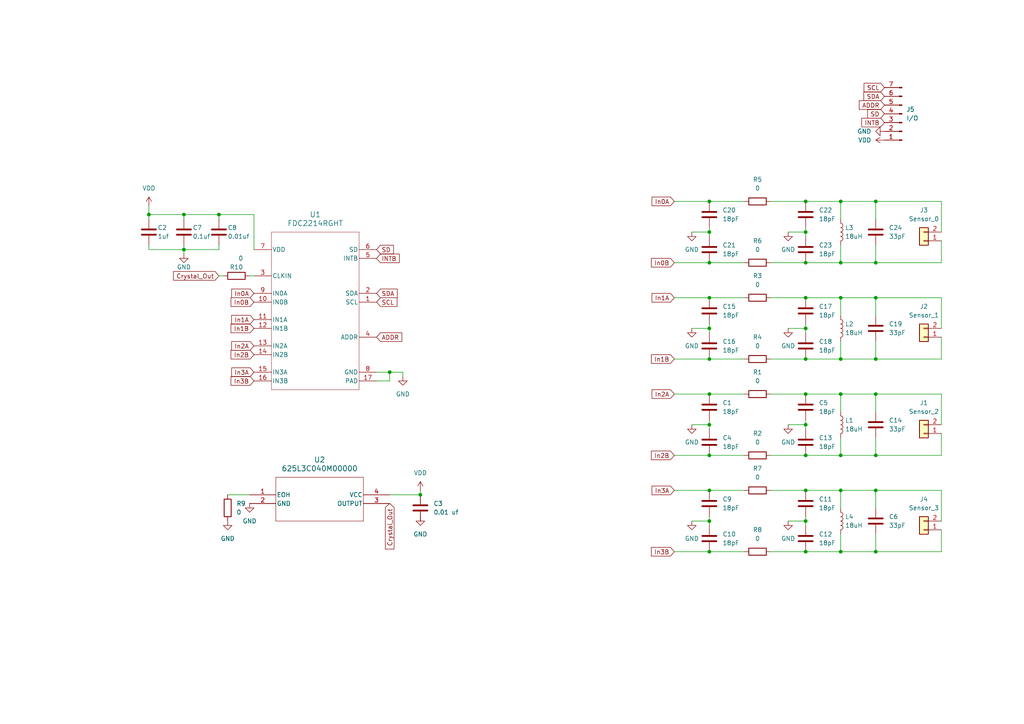
<source format=kicad_sch>
(kicad_sch (version 20230121) (generator eeschema)
  (paper "A4")
  (lib_symbols
    (symbol "625L3C040M00000:625L3C040M00000" (pin_names (offset 0.254))
      (property "Reference" "U" (at 20.32 10.16 0))
      (property "Value" "625L3C040M00000" (at 20.32 7.62 0))
      (symbol "625L3C040M00000_0_1"
        (polyline (pts (xy 7.62 -7.62) (xy 33.02 -7.62)) (stroke (width 0.127)))
        (polyline (pts (xy 7.62 5.08) (xy 7.62 -7.62)) (stroke (width 0.127)))
        (polyline (pts (xy 33.02 -7.62) (xy 33.02 5.08)) (stroke (width 0.127)))
        (polyline (pts (xy 33.02 5.08) (xy 7.62 5.08)) (stroke (width 0.127)))
        (pin unspecified line (at 0 0 0) (length 7.62) (name "EOH") (number "1"))
        (pin power_out line (at 0 -2.54 0) (length 7.62) (name "GND") (number "2"))
        (pin output line (at 40.64 -2.54 180) (length 7.62) (name "OUTPUT") (number "3"))
        (pin power_in line (at 40.64 0 180) (length 7.62) (name "VCC") (number "4"))
      )
    )
    (symbol "Connector:Conn_01x07_Pin" (pin_names (offset 1.016) hide)
      (property "Reference" "J" (at 0 10.16 0))
      (property "Value" "Conn_01x07_Pin" (at 0 -10.16 0))
      (symbol "Conn_01x07_Pin_1_1"
        (polyline (pts (xy 1.27 -7.62) (xy 0.8636 -7.62)) (stroke (width 0.1524)))
        (polyline (pts (xy 1.27 -5.08) (xy 0.8636 -5.08)) (stroke (width 0.1524)))
        (polyline (pts (xy 1.27 -2.54) (xy 0.8636 -2.54)) (stroke (width 0.1524)))
        (polyline (pts (xy 1.27 0) (xy 0.8636 0)) (stroke (width 0.1524)))
        (polyline (pts (xy 1.27 2.54) (xy 0.8636 2.54)) (stroke (width 0.1524)))
        (polyline (pts (xy 1.27 5.08) (xy 0.8636 5.08)) (stroke (width 0.1524)))
        (polyline (pts (xy 1.27 7.62) (xy 0.8636 7.62)) (stroke (width 0.1524)))
        (rectangle (start 0.8636 -7.493) (end 0 -7.747) (stroke (width 0.1524)) (fill (type outline)))
        (rectangle (start 0.8636 -4.953) (end 0 -5.207) (stroke (width 0.1524)) (fill (type outline)))
        (rectangle (start 0.8636 -2.413) (end 0 -2.667) (stroke (width 0.1524)) (fill (type outline)))
        (rectangle (start 0.8636 0.127) (end 0 -0.127) (stroke (width 0.1524)) (fill (type outline)))
        (rectangle (start 0.8636 2.667) (end 0 2.413) (stroke (width 0.1524)) (fill (type outline)))
        (rectangle (start 0.8636 5.207) (end 0 4.953) (stroke (width 0.1524)) (fill (type outline)))
        (rectangle (start 0.8636 7.747) (end 0 7.493) (stroke (width 0.1524)) (fill (type outline)))
        (pin passive line (at 5.08 7.62 180) (length 3.81) (name "Pin_1") (number "1"))
        (pin passive line (at 5.08 5.08 180) (length 3.81) (name "Pin_2") (number "2"))
        (pin passive line (at 5.08 2.54 180) (length 3.81) (name "Pin_3") (number "3"))
        (pin passive line (at 5.08 0 180) (length 3.81) (name "Pin_4") (number "4"))
        (pin passive line (at 5.08 -2.54 180) (length 3.81) (name "Pin_5") (number "5"))
        (pin passive line (at 5.08 -5.08 180) (length 3.81) (name "Pin_6") (number "6"))
        (pin passive line (at 5.08 -7.62 180) (length 3.81) (name "Pin_7") (number "7"))
      )
    )
    (symbol "Device:C" (pin_numbers hide) (pin_names (offset 0.254))
      (property "Reference" "C" (at 0.635 2.54 0))
      (property "Value" "C" (at 0.635 -2.54 0))
      (symbol "C_0_1"
        (polyline (pts (xy -2.032 -0.762) (xy 2.032 -0.762)) (stroke (width 0.508)))
        (polyline (pts (xy -2.032 0.762) (xy 2.032 0.762)) (stroke (width 0.508)))
      )
      (symbol "C_1_1"
        (pin passive line (at 0 3.81 270) (length 2.794) (name "~") (number "1"))
        (pin passive line (at 0 -3.81 90) (length 2.794) (name "~") (number "2"))
      )
    )
    (symbol "Device:L" (pin_numbers hide) (pin_names (offset 1.016) hide)
      (property "Reference" "L" (at -1.27 0 90))
      (property "Value" "L" (at 1.905 0 90))
      (symbol "L_0_1"
        (arc (start 0 -2.54) (mid 0.6323 -1.905) (end 0 -1.27))
        (arc (start 0 -1.27) (mid 0.6323 -0.635) (end 0 0))
        (arc (start 0 0) (mid 0.6323 0.635) (end 0 1.27))
        (arc (start 0 1.27) (mid 0.6323 1.905) (end 0 2.54))
      )
      (symbol "L_1_1"
        (pin passive line (at 0 3.81 270) (length 1.27) (name "1") (number "1"))
        (pin passive line (at 0 -3.81 90) (length 1.27) (name "2") (number "2"))
      )
    )
    (symbol "Device:R" (pin_numbers hide) (pin_names (offset 0))
      (property "Reference" "R" (at 2.032 0 90))
      (property "Value" "R" (at 0 0 90))
      (symbol "R_0_1"
        (rectangle (start -1.016 -2.54) (end 1.016 2.54) (stroke (width 0.254)))
      )
      (symbol "R_1_1"
        (pin passive line (at 0 3.81 270) (length 1.27) (name "~") (number "1"))
        (pin passive line (at 0 -3.81 90) (length 1.27) (name "~") (number "2"))
      )
    )
    (symbol "FDC2214RGHT:FDC2214RGHT" (pin_names (offset 0.254))
      (property "Reference" "U" (at 0 2.54 0))
      (property "Value" "FDC2214RGHT" (at 0 0 0))
      (symbol "FDC2214RGHT_0_1"
        (polyline (pts (xy -12.7 -22.86) (xy 12.7 -22.86)) (stroke (width 0.1016)))
        (polyline (pts (xy -12.7 22.86) (xy -12.7 -22.86)) (stroke (width 0.1016)))
        (polyline (pts (xy 12.7 -22.86) (xy 12.7 22.86)) (stroke (width 0.1016)))
        (polyline (pts (xy 12.7 22.86) (xy -12.7 22.86)) (stroke (width 0.1016)))
        (pin input line (at 17.78 2.54 180) (length 5.08) (name "SCL") (number "1"))
        (pin input line (at -17.78 2.54 0) (length 5.08) (name "IN0B") (number "10"))
        (pin input line (at -17.78 -2.54 0) (length 5.08) (name "IN1A") (number "11"))
        (pin input line (at -17.78 -5.08 0) (length 5.08) (name "IN1B") (number "12"))
        (pin input line (at -17.78 -10.16 0) (length 5.08) (name "IN2A") (number "13"))
        (pin input line (at -17.78 -12.7 0) (length 5.08) (name "IN2B") (number "14"))
        (pin input line (at -17.78 -17.78 0) (length 5.08) (name "IN3A") (number "15"))
        (pin input line (at -17.78 -20.32 0) (length 5.08) (name "IN3B") (number "16"))
        (pin power_in line (at 17.78 -20.32 180) (length 5.08) (name "PAD") (number "17"))
        (pin bidirectional line (at 17.78 5.08 180) (length 5.08) (name "SDA") (number "2"))
        (pin input line (at -17.78 10.16 0) (length 5.08) (name "CLKIN") (number "3"))
        (pin input line (at 17.78 -7.62 180) (length 5.08) (name "ADDR") (number "4"))
        (pin output line (at 17.78 15.24 180) (length 5.08) (name "INTB") (number "5"))
        (pin input line (at 17.78 17.78 180) (length 5.08) (name "SD") (number "6"))
        (pin power_in line (at -17.78 17.78 0) (length 5.08) (name "VDD") (number "7"))
        (pin power_in line (at 17.78 -17.78 180) (length 5.08) (name "GND") (number "8"))
        (pin input line (at -17.78 5.08 0) (length 5.08) (name "IN0A") (number "9"))
      )
    )
    (symbol "PCM_4ms_Connector:Conn_01x02" (pin_names (offset 1.016) hide)
      (property "Reference" "J" (at 0 2.54 0))
      (property "Value" "Conn_01x02" (at 0 -5.08 0))
      (symbol "Conn_01x02_1_1"
        (rectangle (start -1.27 -2.413) (end 0 -2.667) (stroke (width 0.1524)))
        (rectangle (start -1.27 0.127) (end 0 -0.127) (stroke (width 0.1524)))
        (rectangle (start -1.27 1.27) (end 1.27 -3.81) (stroke (width 0.254)) (fill (type background)))
        (pin passive line (at -5.08 0 0) (length 3.81) (name "Pin_1") (number "1"))
        (pin passive line (at -5.08 -2.54 0) (length 3.81) (name "Pin_2") (number "2"))
      )
    )
    (symbol "PCM_4ms_Power-symbol:GND" (power) (pin_names (offset 0))
      (property "Value" "GND" (at 0 -3.81 0))
      (symbol "GND_0_1"
        (polyline (pts (xy 0 0) (xy 0 -1.27) (xy 1.27 -1.27) (xy 0 -2.54) (xy -1.27 -1.27) (xy 0 -1.27)))
      )
      (symbol "GND_1_1"
        (pin power_in line (at 0 0 270) (length 0) hide (name "GND") (number "1"))
      )
    )
    (symbol "power:VDD" (power) (pin_names (offset 0))
      (property "Value" "VDD" (at 0 3.81 0))
      (symbol "VDD_0_1"
        (polyline (pts (xy -0.762 1.27) (xy 0 2.54)))
        (polyline (pts (xy 0 0) (xy 0 2.54)))
        (polyline (pts (xy 0 2.54) (xy 0.762 1.27)))
      )
      (symbol "VDD_1_1"
        (pin power_in line (at 0 0 90) (length 0) hide (name "VDD") (number "1"))
      )
    )
  )
  (junction (at 254 86.36))
  (junction (at 243.84 114.3))
  (junction (at 233.68 95.25))
  (junction (at 243.84 160.02))
  (junction (at 254 142.24))
  (junction (at 254 104.14))
  (junction (at 205.74 142.24))
  (junction (at 43.18 62.23))
  (junction (at 243.84 86.36))
  (junction (at 233.68 58.42))
  (junction (at 233.68 142.24))
  (junction (at 205.74 151.13))
  (junction (at 254 76.2))
  (junction (at 254 114.3))
  (junction (at 243.84 132.08))
  (junction (at 53.34 72.39))
  (junction (at 205.74 58.42))
  (junction (at 205.74 132.08))
  (junction (at 254 160.02))
  (junction (at 254 58.42))
  (junction (at 205.74 76.2))
  (junction (at 243.84 104.14))
  (junction (at 205.74 95.25))
  (junction (at 205.74 114.3))
  (junction (at 233.68 67.31))
  (junction (at 233.68 76.2))
  (junction (at 233.68 160.02))
  (junction (at 233.68 132.08))
  (junction (at 254 132.08))
  (junction (at 113.03 107.95))
  (junction (at 233.68 114.3))
  (junction (at 205.74 104.14))
  (junction (at 243.84 142.24))
  (junction (at 243.84 58.42))
  (junction (at 205.74 160.02))
  (junction (at 243.84 76.2))
  (junction (at 205.74 86.36))
  (junction (at 205.74 67.31))
  (junction (at 63.5 62.23))
  (junction (at 205.74 123.19))
  (junction (at 53.34 62.23))
  (junction (at 233.68 151.13))
  (junction (at 233.68 104.14))
  (junction (at 121.92 143.51))
  (junction (at 233.68 86.36))
  (junction (at 233.68 123.19))
  (wire (pts (xy 205.74 142.24) (xy 215.9 142.24)))
  (wire (pts (xy 205.74 151.13) (xy 205.74 152.4)))
  (wire (pts (xy 53.34 62.23) (xy 63.5 62.23)))
  (wire (pts (xy 205.74 95.25) (xy 205.74 96.52)))
  (wire (pts (xy 205.74 132.08) (xy 215.9 132.08)))
  (wire (pts (xy 53.34 71.12) (xy 53.34 72.39)))
  (wire (pts (xy 254 114.3) (xy 254 119.38)))
  (wire (pts (xy 205.74 149.86) (xy 205.74 151.13)))
  (wire (pts (xy 205.74 104.14) (xy 215.9 104.14)))
  (wire (pts (xy 195.58 114.3) (xy 205.74 114.3)))
  (wire (pts (xy 254 114.3) (xy 273.05 114.3)))
  (wire (pts (xy 273.05 153.67) (xy 273.05 160.02)))
  (wire (pts (xy 195.58 58.42) (xy 205.74 58.42)))
  (wire (pts (xy 200.66 95.25) (xy 205.74 95.25)))
  (wire (pts (xy 243.84 58.42) (xy 243.84 63.5)))
  (wire (pts (xy 233.68 95.25) (xy 233.68 96.52)))
  (wire (pts (xy 43.18 62.23) (xy 43.18 63.5)))
  (wire (pts (xy 243.84 76.2) (xy 254 76.2)))
  (wire (pts (xy 243.84 142.24) (xy 254 142.24)))
  (wire (pts (xy 223.52 114.3) (xy 233.68 114.3)))
  (wire (pts (xy 53.34 73.66) (xy 53.34 72.39)))
  (wire (pts (xy 43.18 59.69) (xy 43.18 62.23)))
  (wire (pts (xy 228.6 67.31) (xy 233.68 67.31)))
  (wire (pts (xy 195.58 86.36) (xy 205.74 86.36)))
  (wire (pts (xy 233.68 58.42) (xy 243.84 58.42)))
  (wire (pts (xy 228.6 151.13) (xy 233.68 151.13)))
  (wire (pts (xy 254 142.24) (xy 273.05 142.24)))
  (wire (pts (xy 243.84 142.24) (xy 243.84 147.32)))
  (wire (pts (xy 254 99.06) (xy 254 104.14)))
  (wire (pts (xy 113.03 107.95) (xy 116.84 107.95)))
  (wire (pts (xy 205.74 76.2) (xy 215.9 76.2)))
  (wire (pts (xy 195.58 76.2) (xy 205.74 76.2)))
  (wire (pts (xy 43.18 62.23) (xy 53.34 62.23)))
  (wire (pts (xy 243.84 86.36) (xy 243.84 91.44)))
  (wire (pts (xy 254 86.36) (xy 273.05 86.36)))
  (wire (pts (xy 254 76.2) (xy 273.05 76.2)))
  (wire (pts (xy 205.74 66.04) (xy 205.74 67.31)))
  (wire (pts (xy 205.74 160.02) (xy 215.9 160.02)))
  (wire (pts (xy 205.74 114.3) (xy 215.9 114.3)))
  (wire (pts (xy 116.84 109.22) (xy 116.84 107.95)))
  (wire (pts (xy 223.52 142.24) (xy 233.68 142.24)))
  (wire (pts (xy 233.68 123.19) (xy 233.68 124.46)))
  (wire (pts (xy 195.58 104.14) (xy 205.74 104.14)))
  (wire (pts (xy 109.22 107.95) (xy 113.03 107.95)))
  (wire (pts (xy 254 127) (xy 254 132.08)))
  (wire (pts (xy 243.84 114.3) (xy 254 114.3)))
  (wire (pts (xy 254 58.42) (xy 273.05 58.42)))
  (wire (pts (xy 200.66 151.13) (xy 205.74 151.13)))
  (wire (pts (xy 243.84 99.06) (xy 243.84 104.14)))
  (wire (pts (xy 72.39 80.01) (xy 73.66 80.01)))
  (wire (pts (xy 233.68 149.86) (xy 233.68 151.13)))
  (wire (pts (xy 243.84 58.42) (xy 254 58.42)))
  (wire (pts (xy 243.84 154.94) (xy 243.84 160.02)))
  (wire (pts (xy 254 132.08) (xy 273.05 132.08)))
  (wire (pts (xy 113.03 110.49) (xy 113.03 107.95)))
  (wire (pts (xy 66.04 143.51) (xy 72.39 143.51)))
  (wire (pts (xy 243.84 160.02) (xy 254 160.02)))
  (wire (pts (xy 233.68 121.92) (xy 233.68 123.19)))
  (wire (pts (xy 205.74 121.92) (xy 205.74 123.19)))
  (wire (pts (xy 228.6 95.25) (xy 233.68 95.25)))
  (wire (pts (xy 223.52 86.36) (xy 233.68 86.36)))
  (wire (pts (xy 223.52 132.08) (xy 233.68 132.08)))
  (wire (pts (xy 205.74 123.19) (xy 205.74 124.46)))
  (wire (pts (xy 223.52 160.02) (xy 233.68 160.02)))
  (wire (pts (xy 233.68 86.36) (xy 243.84 86.36)))
  (wire (pts (xy 109.22 110.49) (xy 113.03 110.49)))
  (wire (pts (xy 63.5 80.01) (xy 64.77 80.01)))
  (wire (pts (xy 63.5 72.39) (xy 63.5 71.12)))
  (wire (pts (xy 228.6 123.19) (xy 233.68 123.19)))
  (wire (pts (xy 205.74 93.98) (xy 205.74 95.25)))
  (wire (pts (xy 243.84 104.14) (xy 254 104.14)))
  (wire (pts (xy 205.74 67.31) (xy 205.74 68.58)))
  (wire (pts (xy 195.58 160.02) (xy 205.74 160.02)))
  (wire (pts (xy 233.68 114.3) (xy 243.84 114.3)))
  (wire (pts (xy 273.05 58.42) (xy 273.05 67.31)))
  (wire (pts (xy 233.68 66.04) (xy 233.68 67.31)))
  (wire (pts (xy 223.52 76.2) (xy 233.68 76.2)))
  (wire (pts (xy 205.74 86.36) (xy 215.9 86.36)))
  (wire (pts (xy 254 142.24) (xy 254 147.32)))
  (wire (pts (xy 254 58.42) (xy 254 63.5)))
  (wire (pts (xy 195.58 132.08) (xy 205.74 132.08)))
  (wire (pts (xy 121.92 151.13) (xy 121.92 149.86)))
  (wire (pts (xy 273.05 86.36) (xy 273.05 95.25)))
  (wire (pts (xy 53.34 72.39) (xy 63.5 72.39)))
  (wire (pts (xy 273.05 97.79) (xy 273.05 104.14)))
  (wire (pts (xy 254 154.94) (xy 254 160.02)))
  (wire (pts (xy 200.66 123.19) (xy 205.74 123.19)))
  (wire (pts (xy 200.66 67.31) (xy 205.74 67.31)))
  (wire (pts (xy 233.68 76.2) (xy 243.84 76.2)))
  (wire (pts (xy 223.52 58.42) (xy 233.68 58.42)))
  (wire (pts (xy 53.34 62.23) (xy 53.34 63.5)))
  (wire (pts (xy 43.18 72.39) (xy 43.18 71.12)))
  (wire (pts (xy 63.5 62.23) (xy 63.5 63.5)))
  (wire (pts (xy 205.74 58.42) (xy 215.9 58.42)))
  (wire (pts (xy 243.84 114.3) (xy 243.84 119.38)))
  (wire (pts (xy 233.68 93.98) (xy 233.68 95.25)))
  (wire (pts (xy 113.03 143.51) (xy 121.92 143.51)))
  (wire (pts (xy 233.68 142.24) (xy 243.84 142.24)))
  (wire (pts (xy 273.05 125.73) (xy 273.05 132.08)))
  (wire (pts (xy 254 160.02) (xy 273.05 160.02)))
  (wire (pts (xy 273.05 69.85) (xy 273.05 76.2)))
  (wire (pts (xy 121.92 142.24) (xy 121.92 143.51)))
  (wire (pts (xy 233.68 160.02) (xy 243.84 160.02)))
  (wire (pts (xy 233.68 132.08) (xy 243.84 132.08)))
  (wire (pts (xy 223.52 104.14) (xy 233.68 104.14)))
  (wire (pts (xy 243.84 127) (xy 243.84 132.08)))
  (wire (pts (xy 233.68 104.14) (xy 243.84 104.14)))
  (wire (pts (xy 73.66 62.23) (xy 73.66 72.39)))
  (wire (pts (xy 233.68 151.13) (xy 233.68 152.4)))
  (wire (pts (xy 195.58 142.24) (xy 205.74 142.24)))
  (wire (pts (xy 254 104.14) (xy 273.05 104.14)))
  (wire (pts (xy 243.84 86.36) (xy 254 86.36)))
  (wire (pts (xy 53.34 72.39) (xy 43.18 72.39)))
  (wire (pts (xy 273.05 142.24) (xy 273.05 151.13)))
  (wire (pts (xy 254 86.36) (xy 254 91.44)))
  (wire (pts (xy 63.5 62.23) (xy 73.66 62.23)))
  (wire (pts (xy 243.84 71.12) (xy 243.84 76.2)))
  (wire (pts (xy 243.84 132.08) (xy 254 132.08)))
  (wire (pts (xy 233.68 67.31) (xy 233.68 68.58)))
  (wire (pts (xy 254 71.12) (xy 254 76.2)))
  (wire (pts (xy 273.05 114.3) (xy 273.05 123.19)))
  (global_label "In1A" (shape input) (at 195.58 86.36 180) (property "Intersheetrefs" "${INTERSHEET_REFS}" (effects hide)))
  (global_label "In0B" (shape input) (at 195.58 76.2 180) (property "Intersheetrefs" "${INTERSHEET_REFS}" (effects hide)))
  (global_label "Crystal_Out" (shape input) (at 113.03 146.05 270) (property "Intersheetrefs" "${INTERSHEET_REFS}" (effects hide)))
  (global_label "In3A" (shape input) (at 73.66 107.95 180) (property "Intersheetrefs" "${INTERSHEET_REFS}" (effects hide)))
  (global_label "In2B" (shape input) (at 73.66 102.87 180) (property "Intersheetrefs" "${INTERSHEET_REFS}" (effects hide)))
  (global_label "In3B" (shape input) (at 73.66 110.49 180) (property "Intersheetrefs" "${INTERSHEET_REFS}" (effects hide)))
  (global_label "In3B" (shape input) (at 195.58 160.02 180) (property "Intersheetrefs" "${INTERSHEET_REFS}" (effects hide)))
  (global_label "Crystal_Out" (shape input) (at 63.5 80.01 180) (property "Intersheetrefs" "${INTERSHEET_REFS}" (effects hide)))
  (global_label "SCL" (shape input) (at 256.54 25.4 180) (property "Intersheetrefs" "${INTERSHEET_REFS}" (effects hide)))
  (global_label "In1B" (shape input) (at 195.58 104.14 180) (property "Intersheetrefs" "${INTERSHEET_REFS}" (effects hide)))
  (global_label "SD" (shape input) (at 256.54 33.02 180) (property "Intersheetrefs" "${INTERSHEET_REFS}" (effects hide)))
  (global_label "SDA" (shape input) (at 256.54 27.94 180) (property "Intersheetrefs" "${INTERSHEET_REFS}" (effects hide)))
  (global_label "INTB" (shape input) (at 256.54 35.56 180) (property "Intersheetrefs" "${INTERSHEET_REFS}" (effects hide)))
  (global_label "In0A" (shape input) (at 73.66 85.09 180) (property "Intersheetrefs" "${INTERSHEET_REFS}" (effects hide)))
  (global_label "SCL" (shape input) (at 109.22 87.63 0) (property "Intersheetrefs" "${INTERSHEET_REFS}" (effects hide)))
  (global_label "In2A" (shape input) (at 195.58 114.3 180) (property "Intersheetrefs" "${INTERSHEET_REFS}" (effects hide)))
  (global_label "In0A" (shape input) (at 195.58 58.42 180) (property "Intersheetrefs" "${INTERSHEET_REFS}" (effects hide)))
  (global_label "In0B" (shape input) (at 73.66 87.63 180) (property "Intersheetrefs" "${INTERSHEET_REFS}" (effects hide)))
  (global_label "SD" (shape input) (at 109.22 72.39 0) (property "Intersheetrefs" "${INTERSHEET_REFS}" (effects hide)))
  (global_label "In2B" (shape input) (at 195.58 132.08 180) (property "Intersheetrefs" "${INTERSHEET_REFS}" (effects hide)))
  (global_label "SDA" (shape input) (at 109.22 85.09 0) (property "Intersheetrefs" "${INTERSHEET_REFS}" (effects hide)))
  (global_label "In2A" (shape input) (at 73.66 100.33 180) (property "Intersheetrefs" "${INTERSHEET_REFS}" (effects hide)))
  (global_label "In1A" (shape input) (at 73.66 92.71 180) (property "Intersheetrefs" "${INTERSHEET_REFS}" (effects hide)))
  (global_label "INTB" (shape input) (at 109.22 74.93 0) (property "Intersheetrefs" "${INTERSHEET_REFS}" (effects hide)))
  (global_label "In3A" (shape input) (at 195.58 142.24 180) (property "Intersheetrefs" "${INTERSHEET_REFS}" (effects hide)))
  (global_label "In1B" (shape input) (at 73.66 95.25 180) (property "Intersheetrefs" "${INTERSHEET_REFS}" (effects hide)))
  (global_label "ADDR" (shape input) (at 109.22 97.79 0) (property "Intersheetrefs" "${INTERSHEET_REFS}" (effects hide)))
  (global_label "ADDR" (shape input) (at 256.54 30.48 180) (property "Intersheetrefs" "${INTERSHEET_REFS}" (effects hide)))
  (symbol (lib_id "Device:R") (at 219.71 132.08 90) (unit 1)
    (property "Reference" "R2" (at 219.71 125.73 90))
    (property "Value" "0" (at 219.71 128.27 90))
    (property "Footprint" "Resistor_SMD:R_0805_2012Metric_Pad1.20x1.40mm_HandSolder" (effects hide))
  )
  (symbol (lib_id "Device:C") (at 233.68 62.23 0) (unit 1)
    (property "Reference" "C22" (at 237.49 60.96 0) (effects (justify left)))
    (property "Value" "18pF" (at 237.49 63.5 0) (effects (justify left)))
    (property "Footprint" "PCM_4ms_Capacitor:C_0603" (effects hide))
  )
  (symbol (lib_id "Connector:Conn_01x07_Pin") (at 261.62 33.02 180) (unit 1)
    (property "Reference" "J5" (at 262.89 31.75 0) (effects (justify right)))
    (property "Value" "I/O" (at 262.89 34.29 0) (effects (justify right)))
    (property "Footprint" "Connector_PinHeader_2.54mm:PinHeader_1x07_P2.54mm_Vertical" (effects hide))
  )
  (symbol (lib_id "PCM_4ms_Power-symbol:GND") (at 228.6 123.19 0) (unit 1)
    (property "Reference" "#PWR012" (effects hide))
    (property "Value" "GND" (at 228.6 128.27 0))
  )
  (symbol (lib_id "Device:R") (at 219.71 114.3 90) (unit 1)
    (property "Reference" "R1" (at 219.71 107.95 90))
    (property "Value" "0" (at 219.71 110.49 90))
    (property "Footprint" "Resistor_SMD:R_0805_2012Metric_Pad1.20x1.40mm_HandSolder" (effects hide))
  )
  (symbol (lib_id "Device:R") (at 219.71 160.02 90) (unit 1)
    (property "Reference" "R8" (at 219.71 153.67 90))
    (property "Value" "0" (at 219.71 156.21 90))
    (property "Footprint" "Resistor_SMD:R_0805_2012Metric_Pad1.20x1.40mm_HandSolder" (effects hide))
  )
  (symbol (lib_id "Device:R") (at 219.71 58.42 90) (unit 1)
    (property "Reference" "R5" (at 219.71 52.07 90))
    (property "Value" "0" (at 219.71 54.61 90))
    (property "Footprint" "Resistor_SMD:R_0805_2012Metric_Pad1.20x1.40mm_HandSolder" (effects hide))
  )
  (symbol (lib_id "PCM_4ms_Power-symbol:GND") (at 256.54 38.1 270) (unit 1)
    (property "Reference" "#PWR017" (effects hide))
    (property "Value" "GND" (at 252.73 38.1 90) (effects (justify right)))
  )
  (symbol (lib_id "Device:C") (at 254 123.19 0) (unit 1)
    (property "Reference" "C14" (at 257.81 121.92 0) (effects (justify left)))
    (property "Value" "33pF" (at 257.81 124.46 0) (effects (justify left)))
    (property "Footprint" "Capacitor_SMD:C_0805_2012Metric_Pad1.18x1.45mm_HandSolder" (effects hide))
  )
  (symbol (lib_id "Device:C") (at 233.68 118.11 0) (unit 1)
    (property "Reference" "C5" (at 237.49 116.84 0) (effects (justify left)))
    (property "Value" "18pF" (at 237.49 119.38 0) (effects (justify left)))
    (property "Footprint" "PCM_4ms_Capacitor:C_0603" (effects hide))
  )
  (symbol (lib_id "power:VDD") (at 121.92 142.24 0) (unit 1)
    (property "Reference" "#PWR06" (effects hide))
    (property "Value" "VDD" (at 121.92 137.16 0))
  )
  (symbol (lib_id "FDC2214RGHT:FDC2214RGHT") (at 91.44 90.17 0) (unit 1)
    (property "Reference" "U1" (at 91.44 62.23 0) (effects (font (size 1.524 1.524))))
    (property "Value" "FDC2214RGHT" (at 91.44 64.77 0) (effects (font (size 1.524 1.524))))
    (property "Footprint" "FDC2214:RGH0016A" (effects hide))
    (property "Datasheet" "FDC2214RGHT" (effects hide))
  )
  (symbol (lib_id "Device:C") (at 233.68 156.21 0) (unit 1)
    (property "Reference" "C12" (at 237.49 154.94 0) (effects (justify left)))
    (property "Value" "18pF" (at 237.49 157.48 0) (effects (justify left)))
    (property "Footprint" "PCM_4ms_Capacitor:C_0603" (effects hide))
  )
  (symbol (lib_id "Device:C") (at 254 151.13 0) (unit 1)
    (property "Reference" "C6" (at 257.81 149.86 0) (effects (justify left)))
    (property "Value" "33pF" (at 257.81 152.4 0) (effects (justify left)))
    (property "Footprint" "Capacitor_SMD:C_0805_2012Metric_Pad1.18x1.45mm_HandSolder" (effects hide))
  )
  (symbol (lib_id "Device:C") (at 233.68 128.27 0) (unit 1)
    (property "Reference" "C13" (at 237.49 127 0) (effects (justify left)))
    (property "Value" "18pF" (at 237.49 129.54 0) (effects (justify left)))
    (property "Footprint" "PCM_4ms_Capacitor:C_0603" (effects hide))
  )
  (symbol (lib_id "Device:C") (at 205.74 146.05 0) (unit 1)
    (property "Reference" "C9" (at 209.55 144.78 0) (effects (justify left)))
    (property "Value" "18pF" (at 209.55 147.32 0) (effects (justify left)))
    (property "Footprint" "PCM_4ms_Capacitor:C_0603" (effects hide))
  )
  (symbol (lib_id "Device:C") (at 205.74 90.17 0) (unit 1)
    (property "Reference" "C15" (at 209.55 88.9 0) (effects (justify left)))
    (property "Value" "18pF" (at 209.55 91.44 0) (effects (justify left)))
    (property "Footprint" "PCM_4ms_Capacitor:C_0603" (effects hide))
  )
  (symbol (lib_id "PCM_4ms_Power-symbol:GND") (at 228.6 67.31 0) (unit 1)
    (property "Reference" "#PWR016" (effects hide))
    (property "Value" "GND" (at 228.6 72.39 0))
  )
  (symbol (lib_id "PCM_4ms_Connector:Conn_01x02") (at 267.97 97.79 180) (unit 1)
    (property "Reference" "J2" (at 267.97 88.9 0))
    (property "Value" "Sensor_1" (at 267.97 91.44 0))
    (property "Footprint" "TerminalBlock_Phoenix:TerminalBlock_Phoenix_MPT-0,5-2-2.54_1x02_P2.54mm_Horizontal" (effects hide))
    (property "Specifications" "Pins_01x02, Header, Male Pins, 1*2, spacing 2.54mm, straight pin" (effects hide))
    (property "Manufacturer" "TAD" (effects hide))
    (property "Part Number" "1-0201FBV0T" (effects hide))
  )
  (symbol (lib_id "PCM_4ms_Connector:Conn_01x02") (at 267.97 69.85 180) (unit 1)
    (property "Reference" "J3" (at 267.97 60.96 0))
    (property "Value" "Sensor_0" (at 267.97 63.5 0))
    (property "Footprint" "TerminalBlock_Phoenix:TerminalBlock_Phoenix_MPT-0,5-2-2.54_1x02_P2.54mm_Horizontal" (effects hide))
    (property "Specifications" "Pins_01x02, Header, Male Pins, 1*2, spacing 2.54mm, straight pin" (effects hide))
    (property "Manufacturer" "TAD" (effects hide))
    (property "Part Number" "1-0201FBV0T" (effects hide))
  )
  (symbol (lib_id "power:VDD") (at 256.54 40.64 90) (unit 1)
    (property "Reference" "#PWR018" (effects hide))
    (property "Value" "VDD" (at 252.73 40.64 90) (effects (justify left)))
  )
  (symbol (lib_id "Device:C") (at 205.74 118.11 0) (unit 1)
    (property "Reference" "C1" (at 209.55 116.84 0) (effects (justify left)))
    (property "Value" "18pF" (at 209.55 119.38 0) (effects (justify left)))
    (property "Footprint" "PCM_4ms_Capacitor:C_0603" (effects hide))
  )
  (symbol (lib_id "power:VDD") (at 43.18 59.69 0) (unit 1)
    (property "Reference" "#PWR03" (effects hide))
    (property "Value" "VDD" (at 43.18 54.61 0))
  )
  (symbol (lib_id "Device:C") (at 205.74 156.21 0) (unit 1)
    (property "Reference" "C10" (at 209.55 154.94 0) (effects (justify left)))
    (property "Value" "18pF" (at 209.55 157.48 0) (effects (justify left)))
    (property "Footprint" "PCM_4ms_Capacitor:C_0603" (effects hide))
  )
  (symbol (lib_id "Device:C") (at 205.74 128.27 0) (unit 1)
    (property "Reference" "C4" (at 209.55 127 0) (effects (justify left)))
    (property "Value" "18pF" (at 209.55 129.54 0) (effects (justify left)))
    (property "Footprint" "PCM_4ms_Capacitor:C_0603" (effects hide))
  )
  (symbol (lib_id "Device:C") (at 233.68 90.17 0) (unit 1)
    (property "Reference" "C17" (at 237.49 88.9 0) (effects (justify left)))
    (property "Value" "18pF" (at 237.49 91.44 0) (effects (justify left)))
    (property "Footprint" "PCM_4ms_Capacitor:C_0603" (effects hide))
  )
  (symbol (lib_id "625L3C040M00000:625L3C040M00000") (at 72.39 143.51 0) (unit 1)
    (property "Reference" "U2" (at 92.71 133.35 0) (effects (font (size 1.524 1.524))))
    (property "Value" "625L3C040M00000" (at 92.71 135.89 0) (effects (font (size 1.524 1.524))))
    (property "Footprint" "625L3C040M00000:IC_625L3C040M00000_CTS-M" (effects hide))
    (property "Datasheet" "625L3C040M00000" (effects hide))
  )
  (symbol (lib_id "Device:C") (at 233.68 100.33 0) (unit 1)
    (property "Reference" "C18" (at 237.49 99.06 0) (effects (justify left)))
    (property "Value" "18pF" (at 237.49 101.6 0) (effects (justify left)))
    (property "Footprint" "PCM_4ms_Capacitor:C_0603" (effects hide))
  )
  (symbol (lib_id "PCM_4ms_Power-symbol:GND") (at 66.04 151.13 0) (unit 1)
    (property "Reference" "#PWR05" (effects hide))
    (property "Value" "GND" (at 66.04 156.21 0))
  )
  (symbol (lib_id "PCM_4ms_Connector:Conn_01x02") (at 267.97 153.67 180) (unit 1)
    (property "Reference" "J4" (at 267.97 144.78 0))
    (property "Value" "Sensor_3" (at 267.97 147.32 0))
    (property "Footprint" "TerminalBlock_Phoenix:TerminalBlock_Phoenix_MPT-0,5-2-2.54_1x02_P2.54mm_Horizontal" (effects hide))
    (property "Specifications" "Pins_01x02, Header, Male Pins, 1*2, spacing 2.54mm, straight pin" (effects hide))
    (property "Manufacturer" "TAD" (effects hide))
    (property "Part Number" "1-0201FBV0T" (effects hide))
  )
  (symbol (lib_id "Device:R") (at 219.71 76.2 90) (unit 1)
    (property "Reference" "R6" (at 219.71 69.85 90))
    (property "Value" "0" (at 219.71 72.39 90))
    (property "Footprint" "Resistor_SMD:R_0805_2012Metric_Pad1.20x1.40mm_HandSolder" (effects hide))
  )
  (symbol (lib_id "Device:C") (at 205.74 72.39 0) (unit 1)
    (property "Reference" "C21" (at 209.55 71.12 0) (effects (justify left)))
    (property "Value" "18pF" (at 209.55 73.66 0) (effects (justify left)))
    (property "Footprint" "PCM_4ms_Capacitor:C_0603" (effects hide))
  )
  (symbol (lib_id "Device:C") (at 254 95.25 0) (unit 1)
    (property "Reference" "C19" (at 257.81 93.98 0) (effects (justify left)))
    (property "Value" "33pF" (at 257.81 96.52 0) (effects (justify left)))
    (property "Footprint" "Capacitor_SMD:C_0805_2012Metric_Pad1.18x1.45mm_HandSolder" (effects hide))
  )
  (symbol (lib_id "PCM_4ms_Power-symbol:GND") (at 121.92 149.86 0) (unit 1)
    (property "Reference" "#PWR07" (effects hide))
    (property "Value" "GND" (at 121.92 154.94 0))
  )
  (symbol (lib_id "Device:R") (at 219.71 104.14 90) (unit 1)
    (property "Reference" "R4" (at 219.71 97.79 90))
    (property "Value" "0" (at 219.71 100.33 90))
    (property "Footprint" "Resistor_SMD:R_0805_2012Metric_Pad1.20x1.40mm_HandSolder" (effects hide))
  )
  (symbol (lib_id "Device:C") (at 205.74 100.33 0) (unit 1)
    (property "Reference" "C16" (at 209.55 99.06 0) (effects (justify left)))
    (property "Value" "18pF" (at 209.55 101.6 0) (effects (justify left)))
    (property "Footprint" "PCM_4ms_Capacitor:C_0603" (effects hide))
  )
  (symbol (lib_id "PCM_4ms_Power-symbol:GND") (at 200.66 95.25 0) (unit 1)
    (property "Reference" "#PWR013" (effects hide))
    (property "Value" "GND" (at 200.66 100.33 0))
  )
  (symbol (lib_id "PCM_4ms_Power-symbol:GND") (at 228.6 95.25 0) (unit 1)
    (property "Reference" "#PWR014" (effects hide))
    (property "Value" "GND" (at 228.6 100.33 0))
  )
  (symbol (lib_id "Device:C") (at 254 67.31 0) (unit 1)
    (property "Reference" "C24" (at 257.81 66.04 0) (effects (justify left)))
    (property "Value" "33pF" (at 257.81 68.58 0) (effects (justify left)))
    (property "Footprint" "Capacitor_SMD:C_0805_2012Metric_Pad1.18x1.45mm_HandSolder" (effects hide))
  )
  (symbol (lib_id "PCM_4ms_Connector:Conn_01x02") (at 267.97 125.73 180) (unit 1)
    (property "Reference" "J1" (at 267.97 116.84 0))
    (property "Value" "Sensor_2" (at 267.97 119.38 0))
    (property "Footprint" "TerminalBlock_Phoenix:TerminalBlock_Phoenix_MPT-0,5-2-2.54_1x02_P2.54mm_Horizontal" (effects hide))
    (property "Specifications" "Pins_01x02, Header, Male Pins, 1*2, spacing 2.54mm, straight pin" (effects hide))
    (property "Manufacturer" "TAD" (effects hide))
    (property "Part Number" "1-0201FBV0T" (effects hide))
  )
  (symbol (lib_id "PCM_4ms_Power-symbol:GND") (at 200.66 151.13 0) (unit 1)
    (property "Reference" "#PWR09" (effects hide))
    (property "Value" "GND" (at 200.66 156.21 0))
  )
  (symbol (lib_id "Device:L") (at 243.84 151.13 0) (unit 1)
    (property "Reference" "L4" (at 245.11 149.86 0) (effects (justify left)))
    (property "Value" "18uH" (at 245.11 152.4 0) (effects (justify left)))
    (property "Footprint" "Inductor_SMD:L_1210_3225Metric_Pad1.42x2.65mm_HandSolder" (effects hide))
  )
  (symbol (lib_id "Device:C") (at 43.18 67.31 180) (unit 1)
    (property "Reference" "C2" (at 45.72 66.04 0) (effects (justify right)))
    (property "Value" "1uf" (at 45.72 68.58 0) (effects (justify right)))
    (property "Footprint" "PCM_4ms_Capacitor:C_0603" (effects hide))
  )
  (symbol (lib_id "Device:R") (at 66.04 147.32 180) (unit 1)
    (property "Reference" "R9" (at 68.58 146.05 0) (effects (justify right)))
    (property "Value" "0" (at 68.58 148.59 0) (effects (justify right)))
    (property "Footprint" "Resistor_SMD:R_0805_2012Metric_Pad1.20x1.40mm_HandSolder" (effects hide))
  )
  (symbol (lib_id "Device:L") (at 243.84 95.25 0) (unit 1)
    (property "Reference" "L2" (at 245.11 93.98 0) (effects (justify left)))
    (property "Value" "18uH" (at 245.11 96.52 0) (effects (justify left)))
    (property "Footprint" "Inductor_SMD:L_1210_3225Metric_Pad1.42x2.65mm_HandSolder" (effects hide))
  )
  (symbol (lib_id "Device:R") (at 68.58 80.01 270) (unit 1)
    (property "Reference" "R10" (at 68.58 77.47 90))
    (property "Value" "0" (at 69.85 74.93 90))
    (property "Footprint" "Resistor_SMD:R_0805_2012Metric_Pad1.20x1.40mm_HandSolder" (effects hide))
  )
  (symbol (lib_id "PCM_4ms_Power-symbol:GND") (at 200.66 67.31 0) (unit 1)
    (property "Reference" "#PWR015" (effects hide))
    (property "Value" "GND" (at 200.66 72.39 0))
  )
  (symbol (lib_id "PCM_4ms_Power-symbol:GND") (at 116.84 109.22 0) (unit 1)
    (property "Reference" "#PWR02" (effects hide))
    (property "Value" "GND" (at 116.84 114.3 0))
  )
  (symbol (lib_id "Device:C") (at 121.92 147.32 0) (unit 1)
    (property "Reference" "C3" (at 125.73 146.05 0) (effects (justify left)))
    (property "Value" "0.01 uf" (at 125.73 148.59 0) (effects (justify left)))
    (property "Footprint" "PCM_4ms_Capacitor:C_0603" (effects hide))
  )
  (symbol (lib_id "Device:R") (at 219.71 142.24 90) (unit 1)
    (property "Reference" "R7" (at 219.71 135.89 90))
    (property "Value" "0" (at 219.71 138.43 90))
    (property "Footprint" "Resistor_SMD:R_0805_2012Metric_Pad1.20x1.40mm_HandSolder" (effects hide))
  )
  (symbol (lib_id "Device:C") (at 205.74 62.23 0) (unit 1)
    (property "Reference" "C20" (at 209.55 60.96 0) (effects (justify left)))
    (property "Value" "18pF" (at 209.55 63.5 0) (effects (justify left)))
    (property "Footprint" "PCM_4ms_Capacitor:C_0603" (effects hide))
  )
  (symbol (lib_id "PCM_4ms_Power-symbol:GND") (at 228.6 151.13 0) (unit 1)
    (property "Reference" "#PWR010" (effects hide))
    (property "Value" "GND" (at 228.6 156.21 0))
  )
  (symbol (lib_id "PCM_4ms_Power-symbol:GND") (at 53.34 73.66 0) (unit 1)
    (property "Reference" "#PWR01" (effects hide))
    (property "Value" "GND" (at 53.34 77.47 0))
  )
  (symbol (lib_id "Device:L") (at 243.84 67.31 0) (unit 1)
    (property "Reference" "L3" (at 245.11 66.04 0) (effects (justify left)))
    (property "Value" "18uH" (at 245.11 68.58 0) (effects (justify left)))
    (property "Footprint" "Inductor_SMD:L_1210_3225Metric_Pad1.42x2.65mm_HandSolder" (effects hide))
  )
  (symbol (lib_id "Device:R") (at 219.71 86.36 90) (unit 1)
    (property "Reference" "R3" (at 219.71 80.01 90))
    (property "Value" "0" (at 219.71 82.55 90))
    (property "Footprint" "Resistor_SMD:R_0805_2012Metric_Pad1.20x1.40mm_HandSolder" (effects hide))
  )
  (symbol (lib_id "Device:C") (at 63.5 67.31 180) (unit 1)
    (property "Reference" "C8" (at 66.04 66.04 0) (effects (justify right)))
    (property "Value" "0.01uf" (at 66.04 68.58 0) (effects (justify right)))
    (property "Footprint" "PCM_4ms_Capacitor:C_0603" (effects hide))
  )
  (symbol (lib_id "Device:L") (at 243.84 123.19 0) (unit 1)
    (property "Reference" "L1" (at 245.11 121.92 0) (effects (justify left)))
    (property "Value" "18uH" (at 245.11 124.46 0) (effects (justify left)))
    (property "Footprint" "Inductor_SMD:L_1210_3225Metric_Pad1.42x2.65mm_HandSolder" (effects hide))
  )
  (symbol (lib_id "PCM_4ms_Power-symbol:GND") (at 200.66 123.19 0) (unit 1)
    (property "Reference" "#PWR011" (effects hide))
    (property "Value" "GND" (at 200.66 128.27 0))
  )
  (symbol (lib_id "Device:C") (at 53.34 67.31 180) (unit 1)
    (property "Reference" "C7" (at 55.88 66.04 0) (effects (justify right)))
    (property "Value" "0.1uf" (at 55.88 68.58 0) (effects (justify right)))
    (property "Footprint" "PCM_4ms_Capacitor:C_0603" (effects hide))
  )
  (symbol (lib_id "Device:C") (at 233.68 146.05 0) (unit 1)
    (property "Reference" "C11" (at 237.49 144.78 0) (effects (justify left)))
    (property "Value" "18pF" (at 237.49 147.32 0) (effects (justify left)))
    (property "Footprint" "PCM_4ms_Capacitor:C_0603" (effects hide))
  )
  (symbol (lib_id "PCM_4ms_Power-symbol:GND") (at 72.39 146.05 0) (unit 1)
    (property "Reference" "#PWR04" (effects hide))
    (property "Value" "GND" (at 72.39 151.13 0))
  )
  (symbol (lib_id "Device:C") (at 233.68 72.39 0) (unit 1)
    (property "Reference" "C23" (at 237.49 71.12 0) (effects (justify left)))
    (property "Value" "18pF" (at 237.49 73.66 0) (effects (justify left)))
    (property "Footprint" "PCM_4ms_Capacitor:C_0603" (effects hide))
  )
)
</source>
